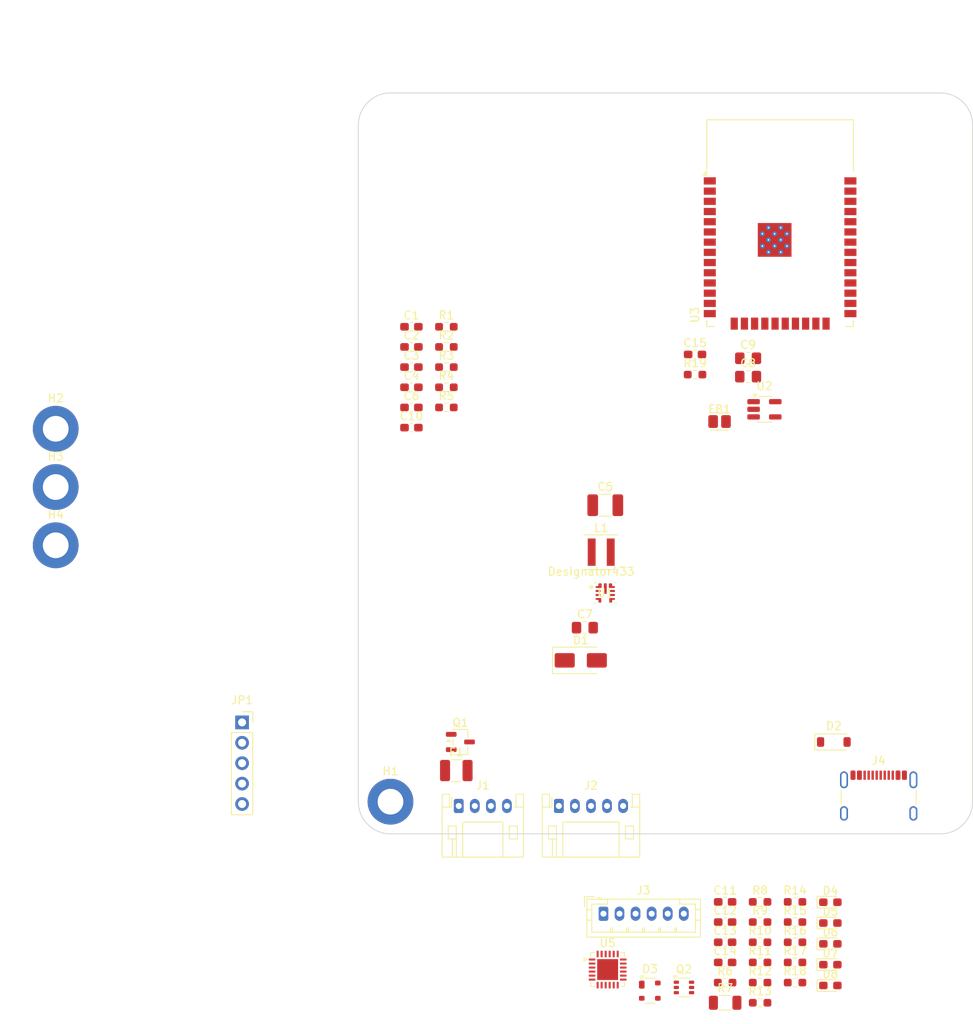
<source format=kicad_pcb>
(kicad_pcb (version 20241229) (generator "pcbnew") (generator_version "9.0")
  (layers (0 "F.Cu" signal) (2 "B.Cu" signal) (13 "F.Paste" user) (15 "B.Paste" user) (5 "F.SilkS" user "F.Silkscreen") (7 "B.SilkS" user "B.Silkscreen") (1 "F.Mask" user) (3 "B.Mask" user) (25 "Edge.Cuts" user))
  (net 0 "")
  (net 1 "Net-(U1-BOOT)")
  (net 2 "/+5V_RAW")
  (net 3 "+VIN_PROT")
  (net 4 "GND")
  (net 5 "Net-(U1-VCC)")
  (net 6 "+5V")
  (net 7 "+3.3V")
  (net 8 "/ESP32/PRES_ADC")
  (net 9 "/ESP32/EN")
  (net 10 "VBUS")
  (net 11 "/ESP32/D_P")
  (net 12 "/ESP32/D_N")
  (net 13 "Net-(D4-K)")
  (net 14 "/ESP32/IO2")
  (net 15 "Net-(D5-K)")
  (net 16 "/ESP32/IO27")
  (net 17 "Net-(D6-A)")
  (net 18 "/ESP32/TX_LED")
  (net 19 "Net-(D7-A)")
  (net 20 "Net-(D8-A)")
  (net 21 "/ESP32/RX_LED")
  (net 22 "Net-(Q1-S)")
  (net 23 "/UBAT")
  (net 24 "PRES_SENSE")
  (net 25 "TEMP_DQ")
  (net 27 "/ESP32/RXD")
  (net 28 "/ESP32/TXD")
  (net 29 "/ESP32/DTR")
  (net 30 "Net-(J3-Pin_1)")
  (net 31 "/ESP32/RTS")
  (net 32 "Net-(J4-CC2)")
  (net 35 "Net-(J4-CC1)")
  (net 36 "Net-(U1-SW)")
  (net 37 "/ESP32/IO0")
  (net 38 "Net-(U1-VOUT_FB)")
  (net 39 "/PGOOD")
  (net 40 "Net-(Q1-G)")
  (net 41 "Net-(U5-~{RST})")
  (net 42 "Net-(U5-~{SUSPEND})")
  (net 79 "Net-(U3-IO14)")
  (footprint "Capacitor_SMD:C_0603_1608Metric_Pad1.08x0.95mm_HandSolder" (layer "F.Cu") (at 133.608 76.447)
    (property "Reference" "C10" (at 0 -1.43 0) (layer "F.SilkS"))
    (property "Value" "100nF")
    (pad "1" smd roundrect (at -0.8625 0) (size 1.075 0.95) (layers "F.Cu" "F.Mask" "F.Paste") (net 7 "+3.3V"))
    (pad "2" smd roundrect (at 0.8625 0) (size 1.075 0.95) (layers "F.Cu" "F.Mask" "F.Paste") (net 4 "GND"))
  )
  (footprint "Diode_SMD:D_SMA" (layer "F.Cu") (at 154.686 105.41)
    (property "Reference" "D1" (at 0 -2.5 0) (layer "F.SilkS"))
    (property "Value" "SMBJ26CA")
    (pad "1" smd roundrect (at -2 0) (size 2.5 1.8) (layers "F.Cu" "F.Mask" "F.Paste") (roundrect_rratio 0.1388888889) (net 4 "GND"))
    (pad "2" smd roundrect (at 2 0) (size 2.5 1.8) (layers "F.Cu" "F.Mask" "F.Paste") (roundrect_rratio 0.1388888889) (net 3 "+VIN_PROT"))
  )
  (footprint "Resistor_SMD:R_0603_1608Metric_Pad0.98x0.95mm_HandSolder" (layer "F.Cu") (at 177.006 135.472)
    (property "Reference" "R8" (at 0 -1.43 0) (layer "F.SilkS"))
    (property "Value" "5K11")
    (pad "1" smd roundrect (at -0.9125 0) (size 0.975 0.95) (layers "F.Cu" "F.Mask" "F.Paste") (net 35 "Net-(J4-CC1)"))
    (pad "2" smd roundrect (at 0.9125 0) (size 0.975 0.95) (layers "F.Cu" "F.Mask" "F.Paste") (net 4 "GND"))
  )
  (footprint "Capacitor_SMD:C_0603_1608Metric_Pad1.08x0.95mm_HandSolder" (layer "F.Cu") (at 133.608 71.427)
    (property "Reference" "C4" (at 0 -1.43 0) (layer "F.SilkS"))
    (property "Value" "1uF")
    (pad "1" smd roundrect (at -0.8625 0) (size 1.075 0.95) (layers "F.Cu" "F.Mask" "F.Paste") (net 4 "GND"))
    (pad "2" smd roundrect (at 0.8625 0) (size 1.075 0.95) (layers "F.Cu" "F.Mask" "F.Paste") (net 5 "Net-(U1-VCC)"))
  )
  (footprint "Resistor_SMD:R_0603_1608Metric_Pad0.98x0.95mm_HandSolder" (layer "F.Cu") (at 137.958 68.917)
    (property "Reference" "R3" (at 0 -1.43 0) (layer "F.SilkS"))
    (property "Value" "100")
    (pad "1" smd roundrect (at -0.9125 0) (size 0.975 0.95) (layers "F.Cu" "F.Mask" "F.Paste") (net 22 "Net-(Q1-S)"))
    (pad "2" smd roundrect (at 0.9125 0) (size 0.975 0.95) (layers "F.Cu" "F.Mask" "F.Paste") (net 40 "Net-(Q1-G)"))
  )
  (footprint "LED_SMD:LED_0603_1608Metric_Pad1.05x0.95mm_HandSolder" (layer "F.Cu") (at 185.751 140.692)
    (property "Reference" "D6" (at 0 -1.43 0) (layer "F.SilkS"))
    (property "Value" "5mA LED grün")
    (pad "1" smd roundrect (at -0.875 0) (size 1.05 0.95) (layers "F.Cu" "F.Mask" "F.Paste") (net 4 "GND"))
    (pad "2" smd roundrect (at 0.875 0) (size 1.05 0.95) (layers "F.Cu" "F.Mask" "F.Paste") (net 17 "Net-(D6-A)"))
  )
  (footprint "Connector_JST:JST_PH_B6B-PH-K_1x06_P2.00mm_Vertical" (layer "F.Cu") (at 157.506 136.942)
    (property "Reference" "J3" (at 5 -2.9 0) (layer "F.SilkS"))
    (property "Value" "Conn_01x03")
    (pad "1" thru_hole roundrect (at 0 0) (size 1.2 1.75) (drill 0.75) (layers "*.Cu" "*.Mask") (roundrect_rratio 0.208333) (net 30 "Net-(J3-Pin_1)"))
    (pad "2" thru_hole oval (at 2 0) (size 1.2 1.75) (drill 0.75) (layers "*.Cu" "*.Mask") (net 28 "/ESP32/TXD"))
    (pad "3" thru_hole oval (at 4 0) (size 1.2 1.75) (drill 0.75) (layers "*.Cu" "*.Mask") (net 27 "/ESP32/RXD"))
    (pad "4" thru_hole oval (at 6 0) (size 1.2 1.75) (drill 0.75) (layers "*.Cu" "*.Mask") (net 31 "/ESP32/RTS"))
    (pad "5" thru_hole oval (at 8 0) (size 1.2 1.75) (drill 0.75) (layers "*.Cu" "*.Mask") (net 29 "/ESP32/DTR"))
    (pad "6" thru_hole oval (at 10 0) (size 1.2 1.75) (drill 0.75) (layers "*.Cu" "*.Mask") (net 4 "GND"))
  )
  (footprint "Capacitor_SMD:C_0603_1608Metric_Pad1.08x0.95mm_HandSolder" (layer "F.Cu") (at 168.91 67.34)
    (property "Reference" "C15" (at 0 -1.43 0) (layer "F.SilkS"))
    (property "Value" "100nF")
    (pad "1" smd roundrect (at -0.8625 0) (size 1.075 0.95) (layers "F.Cu" "F.Mask" "F.Paste") (net 25 "TEMP_DQ"))
    (pad "2" smd roundrect (at 0.8625 0) (size 1.075 0.95) (layers "F.Cu" "F.Mask" "F.Paste") (net 4 "GND"))
  )
  (footprint "Resistor_SMD:R_0603_1608Metric_Pad0.98x0.95mm_HandSolder" (layer "F.Cu") (at 177.006 143.002)
    (property "Reference" "R11" (at 0 -1.43 0) (layer "F.SilkS"))
    (property "Value" "4K7")
    (pad "1" smd roundrect (at -0.9125 0) (size 0.975 0.95) (layers "F.Cu" "F.Mask" "F.Paste") (net 7 "+3.3V"))
    (pad "2" smd roundrect (at 0.9125 0) (size 0.975 0.95) (layers "F.Cu" "F.Mask" "F.Paste") (net 25 "TEMP_DQ"))
  )
  (footprint "Inductor_SMD:L_Eaton_MCL2012V1" (layer "F.Cu") (at 171.958 75.692)
    (property "Reference" "FB1" (at 0 -1.55 0) (layer "F.SilkS"))
    (property "Value" "0H 8mOHM 5A 782853200")
    (pad "1" smd roundrect (at -0.8 0) (size 1.2 1.6) (layers "F.Cu" "F.Mask" "F.Paste") (roundrect_rratio 0.208333) (net 2 "/+5V_RAW"))
    (pad "2" smd roundrect (at 0.8 0) (size 1.2 1.6) (layers "F.Cu" "F.Mask" "F.Paste") (roundrect_rratio 0.208333) (net 6 "+5V"))
  )
  (footprint "Resistor_SMD:R_0603_1608Metric_Pad0.98x0.95mm_HandSolder" (layer "F.Cu") (at 177.006 145.512)
    (property "Reference" "R12" (at 0 -1.43 0) (layer "F.SilkS"))
    (property "Value" "4K7")
    (pad "1" smd roundrect (at -0.9125 0) (size 0.975 0.95) (layers "F.Cu" "F.Mask" "F.Paste") (net 7 "+3.3V"))
    (pad "2" smd roundrect (at 0.9125 0) (size 0.975 0.95) (layers "F.Cu" "F.Mask" "F.Paste") (net 41 "Net-(U5-~{RST})"))
  )
  (footprint "LED_SMD:LED_0603_1608Metric_Pad1.05x0.95mm_HandSolder" (layer "F.Cu") (at 185.751 145.872)
    (property "Reference" "D8" (at 0 -1.43 0) (layer "F.SilkS"))
    (property "Value" "5mA LED gelb")
    (pad "1" smd roundrect (at -0.875 0) (size 1.05 0.95) (layers "F.Cu" "F.Mask" "F.Paste") (net 21 "/ESP32/RX_LED"))
    (pad "2" smd roundrect (at 0.875 0) (size 1.05 0.95) (layers "F.Cu" "F.Mask" "F.Paste") (net 20 "Net-(D8-A)"))
  )
  (footprint "Capacitor_SMD:C_0805_2012Metric_Pad1.18x1.45mm_HandSolder" (layer "F.Cu") (at 175.514 70.104)
    (property "Reference" "C8" (at 0 -1.68 0) (layer "F.SilkS"))
    (property "Value" "10uF")
    (pad "1" smd roundrect (at -1.0375 0) (size 1.175 1.45) (layers "F.Cu" "F.Mask" "F.Paste") (roundrect_rratio 0.212766) (net 7 "+3.3V"))
    (pad "2" smd roundrect (at 1.0375 0) (size 1.175 1.45) (layers "F.Cu" "F.Mask" "F.Paste") (roundrect_rratio 0.212766) (net 4 "GND"))
  )
  (footprint "Diode_SMD:D_SOD-123" (layer "F.Cu") (at 186.182 115.57)
    (property "Reference" "D2" (at 0 -2 0) (layer "F.SilkS"))
    (property "Value" "STPS140ZY")
    (pad "1" smd roundrect (at -1.65 0) (size 0.9 1.2) (layers "F.Cu" "F.Mask" "F.Paste") (net 6 "+5V"))
    (pad "2" smd roundrect (at 1.65 0) (size 0.9 1.2) (layers "F.Cu" "F.Mask" "F.Paste") (net 10 "VBUS"))
  )
  (footprint "Capacitor_SMD:C_0805_2012Metric_Pad1.18x1.45mm_HandSolder" (layer "F.Cu") (at 175.514 67.818)
    (property "Reference" "C9" (at 0 -1.68 0) (layer "F.SilkS"))
    (property "Value" "10uF")
    (pad "1" smd roundrect (at -1.0375 0) (size 1.175 1.45) (layers "F.Cu" "F.Mask" "F.Paste") (roundrect_rratio 0.212766) (net 4 "GND"))
    (pad "2" smd roundrect (at 1.0375 0) (size 1.175 1.45) (layers "F.Cu" "F.Mask" "F.Paste") (roundrect_rratio 0.212766) (net 7 "+3.3V"))
  )
  (footprint "Resistor_SMD:R_0603_1608Metric_Pad0.98x0.95mm_HandSolder" (layer "F.Cu") (at 137.958 71.427)
    (property "Reference" "R4" (at 0 -1.43 0) (layer "F.SilkS"))
    (property "Value" "12K4")
    (pad "1" smd roundrect (at -0.9125 0) (size 0.975 0.95) (layers "F.Cu" "F.Mask" "F.Paste") (net 4 "GND"))
    (pad "2" smd roundrect (at 0.9125 0) (size 0.975 0.95) (layers "F.Cu" "F.Mask" "F.Paste") (net 38 "Net-(U1-VOUT_FB)"))
  )
  (footprint "LED_SMD:LED_0603_1608Metric_Pad1.05x0.95mm_HandSolder" (layer "F.Cu") (at 185.751 138.102)
    (property "Reference" "D5" (at 0 -1.43 0) (layer "F.SilkS"))
    (property "Value" "yellow 5mA")
    (pad "1" smd roundrect (at -0.875 0) (size 1.05 0.95) (layers "F.Cu" "F.Mask" "F.Paste") (net 15 "Net-(D5-K)"))
    (pad "2" smd roundrect (at 0.875 0) (size 1.05 0.95) (layers "F.Cu" "F.Mask" "F.Paste") (net 16 "/ESP32/IO27"))
  )
  (footprint "Connector_PinSocket_2.54mm:PinSocket_1x05_P2.54mm_Vertical" (layer "F.Cu") (at 112.53 113.13)
    (property "Reference" "JP1" (at 0 -2.77 0) (layer "F.SilkS"))
    (property "Value" "J1")
    (pad "1" thru_hole rect (at 0 0) (size 1.7 1.7) (drill 1) (layers "*.Cu" "*.Mask") (net 7 "+3.3V"))
    (pad "2" thru_hole circle (at 0 2.54) (size 1.7 1.7) (drill 1) (layers "*.Cu" "*.Mask") (net 30 "Net-(J3-Pin_1)"))
    (pad "3" thru_hole circle (at 0 5.08) (size 1.7 1.7) (drill 1) (layers "*.Cu" "*.Mask"))
    (pad "4" thru_hole circle (at 0 7.62) (size 1.7 1.7) (drill 1) (layers "*.Cu" "*.Mask"))
    (pad "5" thru_hole circle (at 0 10.16) (size 1.7 1.7) (drill 1) (layers "*.Cu" "*.Mask"))
  )
  (footprint "RF_Module:ESP32-WROOM-32" (layer "F.Cu") (at 179.495 53.997)
    (property "Reference" "U3" (at -10.61 8.43 90) (layer "F.SilkS"))
    (property "Value" "ESP32-WROOM-32")
    (pad "1" smd rect (at -8.75 -8.25) (size 1.5 0.9) (layers "F.Cu" "F.Mask" "F.Paste") (net 4 "GND"))
    (pad "2" smd rect (at -8.75 -6.98) (size 1.5 0.9) (layers "F.Cu" "F.Mask" "F.Paste") (net 7 "+3.3V"))
    (pad "3" smd rect (at -8.75 -5.71) (size 1.5 0.9) (layers "F.Cu" "F.Mask" "F.Paste") (net 9 "/ESP32/EN"))
    (pad "4" smd rect (at -8.75 -4.44) (size 1.5 0.9) (layers "F.Cu" "F.Mask" "F.Paste"))
    (pad "5" smd rect (at -8.75 -3.17) (size 1.5 0.9) (layers "F.Cu" "F.Mask" "F.Paste"))
    (pad "6" smd rect (at -8.75 -1.9) (size 1.5 0.9) (layers "F.Cu" "F.Mask" "F.Paste"))
    (pad "7" smd rect (at -8.75 -0.63) (size 1.5 0.9) (layers "F.Cu" "F.Mask" "F.Paste"))
    (pad "8" smd rect (at -8.75 0.64) (size 1.5 0.9) (layers "F.Cu" "F.Mask" "F.Paste") (net 8 "/ESP32/PRES_ADC"))
    (pad "9" smd rect (at -8.75 1.91) (size 1.5 0.9) (layers "F.Cu" "F.Mask" "F.Paste"))
    (pad "10" smd rect (at -8.75 3.18) (size 1.5 0.9) (layers "F.Cu" "F.Mask" "F.Paste"))
    (pad "11" smd rect (at -8.75 4.45) (size 1.5 0.9) (layers "F.Cu" "F.Mask" "F.Paste"))
    (pad "12" smd rect (at -8.75 5.72) (size 1.5 0.9) (layers "F.Cu" "F.Mask" "F.Paste") (net 16 "/ESP32/IO27"))
    (pad "13" smd rect (at -8.75 6.99) (size 1.5 0.9) (layers "F.Cu" "F.Mask" "F.Paste") (net 79 "Net-(U3-IO14)"))
    (pad "14" smd rect (at -8.75 8.26) (size 1.5 0.9) (layers "F.Cu" "F.Mask" "F.Paste"))
    (pad "15" smd rect (at -5.71 9.51 90) (size 1.5 0.9) (layers "F.Cu" "F.Mask" "F.Paste") (net 4 "GND"))
    (pad "16" smd rect (at -4.44 9.51 90) (size 1.5 0.9) (layers "F.Cu" "F.Mask" "F.Paste"))
    (pad "17" smd rect (at -3.17 9.51 90) (size 1.5 0.9) (layers "F.Cu" "F.Mask" "F.Paste"))
    (pad "18" smd rect (at -1.9 9.51 90) (size 1.5 0.9) (layers "F.Cu" "F.Mask" "F.Paste"))
    (pad "19" smd rect (at -0.63 9.51 90) (size 1.5 0.9) (layers "F.Cu" "F.Mask" "F.Paste"))
    (pad "20" smd rect (at 0.64 9.51 90) (size 1.5 0.9) (layers "F.Cu" "F.Mask" "F.Paste"))
    (pad "21" smd rect (at 1.91 9.51 90) (size 1.5 0.9) (layers "F.Cu" "F.Mask" "F.Paste"))
    (pad "22" smd rect (at 3.18 9.51 90) (size 1.5 0.9) (layers "F.Cu" "F.Mask" "F.Paste"))
    (pad "23" smd rect (at 4.45 9.51 90) (size 1.5 0.9) (layers "F.Cu" "F.Mask" "F.Paste"))
    (pad "24" smd rect (at 5.72 9.51 90) (size 1.5 0.9) (layers "F.Cu" "F.Mask" "F.Paste") (net 14 "/ESP32/IO2"))
    (pad "25" smd rect (at 8.75 8.26) (size 1.5 0.9) (layers "F.Cu" "F.Mask" "F.Paste") (net 37 "/ESP32/IO0"))
    (pad "26" smd rect (at 8.75 6.99) (size 1.5 0.9) (layers "F.Cu" "F.Mask" "F.Paste"))
    (pad "27" smd rect (at 8.75 5.72) (size 1.5 0.9) (layers "F.Cu" "F.Mask" "F.Paste"))
    (pad "28" smd rect (at 8.75 4.45) (size 1.5 0.9) (layers "F.Cu" "F.Mask" "F.Paste"))
    (pad "29" smd rect (at 8.75 3.18) (size 1.5 0.9) (layers "F.Cu" "F.Mask" "F.Paste"))
    (pad "30" smd rect (at 8.75 1.91) (size 1.5 0.9) (layers "F.Cu" "F.Mask" "F.Paste"))
    (pad "31" smd rect (at 8.75 0.64) (size 1.5 0.9) (layers "F.Cu" "F.Mask" "F.Paste"))
    (pad "32" smd rect (at 8.75 -0.63) (size 1.5 0.9) (layers "F.Cu" "F.Mask" "F.Paste"))
    (pad "33" smd rect (at 8.75 -1.9) (size 1.5 0.9) (layers "F.Cu" "F.Mask" "F.Paste"))
    (pad "34" smd rect (at 8.75 -3.17) (size 1.5 0.9) (layers "F.Cu" "F.Mask" "F.Paste") (net 28 "/ESP32/TXD"))
    (pad "35" smd rect (at 8.75 -4.44) (size 1.5 0.9) (layers "F.Cu" "F.Mask" "F.Paste") (net 27 "/ESP32/RXD"))
    (pad "36" smd rect (at 8.75 -5.71) (size 1.5 0.9) (layers "F.Cu" "F.Mask" "F.Paste"))
    (pad "37" smd rect (at 8.75 -6.98) (size 1.5 0.9) (layers "F.Cu" "F.Mask" "F.Paste"))
    (pad "38" smd rect (at 8.75 -8.25) (size 1.5 0.9) (layers "F.Cu" "F.Mask" "F.Paste") (net 4 "GND"))
    (pad "39" smd rect (at -2.205 -2.435) (size 1.05 1.05) (layers "F.Cu" "F.Paste") (net 4 "GND"))
    (pad "39" thru_hole circle (at -2.205 -1.6725) (size 0.6 0.6) (drill 0.2) (property pad_prop_heatsink) (layers "*.Cu" "F.Mask") (net 4 "GND"))
    (pad "39" smd rect (at -2.205 -0.91) (size 1.05 1.05) (layers "F.Cu" "F.Paste") (net 4 "GND"))
    (pad "39" thru_hole circle (at -2.205 -0.1475) (size 0.6 0.6) (drill 0.2) (property pad_prop_heatsink) (layers "*.Cu" "F.Mask") (net 4 "GND"))
    (pad "39" smd rect (at -2.205 0.615) (size 1.05 1.05) (layers "F.Cu" "F.Paste") (net 4 "GND"))
    (pad "39" thru_hole circle (at -1.4425 -2.435) (size 0.6 0.6) (drill 0.2) (property pad_prop_heatsink) (layers "*.Cu" "F.Mask") (net 4 "GND"))
    (pad "39" thru_hole circle (at -1.4425 -0.91) (size 0.6 0.6) (drill 0.2) (property pad_prop_heatsink) (layers "*.Cu" "F.Mask") (net 4 "GND"))
    (pad "39" thru_hole circle (at -1.4425 0.615) (size 0.6 0.6) (drill 0.2) (property pad_prop_heatsink) (layers "*.Cu" "F.Mask") (net 4 "GND"))
    (pad "39" smd rect (at -0.68 -2.435) (size 1.05 1.05) (layers "F.Cu" "F.Paste") (net 4 "GND"))
    (pad "39" thru_hole circle (at -0.68 -1.6725) (size 0.6 0.6) (drill 0.2) (property pad_prop_heatsink) (layers "*.Cu" "F.Mask") (net 4 "GND"))
    (pad "39" smd rect (at -0.68 -0.91) (size 1.05 1.05) (layers "F.Cu" "F.Paste") (net 4 "GND"))
    (pad "39" smd rect (at -0.68 -0.91) (size 4.2 4.2) (property pad_prop_heatsink) (layers "F.Cu" "F.Mask") (net 4 "GND"))
    (pad "39" thru_hole circle (at -0.68 -0.1475) (size 0.6 0.6) (drill 0.2) (property pad_prop_heatsink) (layers "*.Cu" "F.Mask") (net 4 "GND"))
    (pad "39" smd rect (at -0.68 0.615) (size 1.05 1.05) (layers "F.Cu" "F.Paste") (net 4 "GND"))
    (pad "39" thru_hole circle (at 0.0825 -2.435) (size 0.6 0.6) (drill 0.2) (property pad_prop_heatsink) (layers "*.Cu" "F.Mask") (net 4 "GND"))
    (pad "39" thru_hole circle (at 0.0825 -0.91) (size 0.6 0.6) (drill 0.2) (property pad_prop_heatsink) (layers "*.Cu" "F.Mask") (net 4 "GND"))
    (pad "39" thru_hole circle (at 0.0825 0.615) (size 0.6 0.6) (drill 0.2) (property pad_prop_heatsink) (layers "*.Cu" "F.Mask") (net 4 "GND"))
    (pad "39" smd rect (at 0.845 -2.435) (size 1.05 1.05) (layers "F.Cu" "F.Paste") (net 4 "GND"))
    (pad "39" thru_hole circle (at 0.845 -1.6725) (size 0.6 0.6) (drill 0.2) (property pad_prop_heatsink) (layers "*.Cu" "F.Mask") (net 4 "GND"))
    (pad "39" smd rect (at 0.845 -0.91) (size 1.05 1.05) (layers "F.Cu" "F.Paste") (net 4 "GND"))
    (pad "39" thru_hole circle (at 0.845 -0.1475) (size 0.6 0.6) (drill 0.2) (property pad_prop_heatsink) (layers "*.Cu" "F.Mask") (net 4 "GND"))
    (pad "39" smd rect (at 0.845 0.615) (size 1.05 1.05) (layers "F.Cu" "F.Paste") (net 4 "GND"))
  )
  (footprint "Resistor_SMD:R_0603_1608Metric_Pad0.98x0.95mm_HandSolder" (layer "F.Cu") (at 181.356 137.982)
    (property "Reference" "R15" (at 0 -1.43 0) (layer "F.SilkS"))
    (property "Value" "10K")
    (pad "1" smd roundrect (at -0.9125 0) (size 0.975 0.95) (layers "F.Cu" "F.Mask" "F.Paste") (net 42 "Net-(U5-~{SUSPEND})"))
    (pad "2" smd roundrect (at 0.9125 0) (size 0.975 0.95) (layers "F.Cu" "F.Mask" "F.Paste") (net 4 "GND"))
  )
  (footprint "Connector_JST:JST_PH_S4B-PH-K_1x04_P2.00mm_Horizontal" (layer "F.Cu") (at 139.494 123.534)
    (property "Reference" "J1" (at 3 -2.55 0) (layer "F.SilkS"))
    (property "Value" "Power")
    (pad "1" thru_hole roundrect (at 0 0) (size 1.2 1.75) (drill 0.75) (layers "*.Cu" "*.Mask") (roundrect_rratio 0.208333) (net 23 "/UBAT"))
    (pad "2" thru_hole oval (at 2 0) (size 1.2 1.75) (drill 0.75) (layers "*.Cu" "*.Mask") (net 23 "/UBAT"))
    (pad "3" thru_hole oval (at 4 0) (size 1.2 1.75) (drill 0.75) (layers "*.Cu" "*.Mask") (net 4 "GND"))
    (pad "4" thru_hole oval (at 6 0) (size 1.2 1.75) (drill 0.75) (layers "*.Cu" "*.Mask") (net 4 "GND"))
  )
  (footprint "Inductor_SMD:L_Coilcraft_XxL4040" (layer "F.Cu") (at 157.226 91.948)
    (property "Reference" "L1" (at 0 -3 0) (layer "F.SilkS"))
    (property "Value" "2.2µH XAL4020-222MEB")
    (pad "1" smd rect (at -1.185 0) (size 0.98 3.4) (layers "F.Cu" "F.Mask" "F.Paste") (net 36 "Net-(U1-SW)"))
    (pad "2" smd rect (at 1.185 0) (size 0.98 3.4) (layers "F.Cu" "F.Mask" "F.Paste") (net 2 "/+5V_RAW"))
  )
  (footprint "Resistor_SMD:R_0603_1608Metric_Pad0.98x0.95mm_HandSolder" (layer "F.Cu") (at 137.958 73.937)
    (property "Reference" "R5" (at 0 -1.43 0) (layer "F.SilkS"))
    (property "Value" "100K")
    (pad "1" smd roundrect (at -0.9125 0) (size 0.975 0.95) (layers "F.Cu" "F.Mask" "F.Paste") (net 40 "Net-(Q1-G)"))
    (pad "2" smd roundrect (at 0.9125 0) (size 0.975 0.95) (layers "F.Cu" "F.Mask" "F.Paste") (net 4 "GND"))
  )
  (footprint "Capacitor_SMD:C_0603_1608Metric_Pad1.08x0.95mm_HandSolder" (layer "F.Cu") (at 133.608 68.917)
    (property "Reference" "C3" (at 0 -1.43 0) (layer "F.SilkS"))
    (property "Value" "4,7uF/100V 1210")
    (pad "1" smd roundrect (at -0.8625 0) (size 1.075 0.95) (layers "F.Cu" "F.Mask" "F.Paste") (net 3 "+VIN_PROT"))
    (pad "2" smd roundrect (at 0.8625 0) (size 1.075 0.95) (layers "F.Cu" "F.Mask" "F.Paste") (net 4 "GND"))
  )
  (footprint "Capacitor_SMD:C_0603_1608Metric_Pad1.08x0.95mm_HandSolder" (layer "F.Cu") (at 172.656 143.002)
    (property "Reference" "C14" (at 0 -1.43 0) (layer "F.SilkS"))
    (property "Value" "100nF")
    (pad "1" smd roundrect (at -0.8625 0) (size 1.075 0.95) (layers "F.Cu" "F.Mask" "F.Paste") (net 4 "GND"))
    (pad "2" smd roundrect (at 0.8625 0) (size 1.075 0.95) (layers "F.Cu" "F.Mask" "F.Paste") (net 9 "/ESP32/EN"))
  )
  (footprint "Resistor_SMD:R_0603_1608Metric_Pad0.98x0.95mm_HandSolder" (layer "F.Cu") (at 177.006 137.982)
    (property "Reference" "R9" (at 0 -1.43 0) (layer "F.SilkS"))
    (property "Value" "5K11")
    (pad "1" smd roundrect (at -0.9125 0) (size 0.975 0.95) (layers "F.Cu" "F.Mask" "F.Paste") (net 32 "Net-(J4-CC2)"))
    (pad "2" smd roundrect (at 0.9125 0) (size 0.975 0.95) (layers "F.Cu" "F.Mask" "F.Paste") (net 4 "GND"))
  )
  (footprint "Resistor_SMD:R_0603_1608Metric_Pad0.98x0.95mm_HandSolder" (layer "F.Cu") (at 181.356 145.512)
    (property "Reference" "R18" (at 0 -1.43 0) (layer "F.SilkS"))
    (property "Value" "620")
    (pad "1" smd roundrect (at -0.9125 0) (size 0.975 0.95) (layers "F.Cu" "F.Mask" "F.Paste") (net 6 "+5V"))
    (pad "2" smd roundrect (at 0.9125 0) (size 0.975 0.95) (layers "F.Cu" "F.Mask" "F.Paste") (net 20 "Net-(D8-A)"))
  )
  (footprint "Snapeda:RPE0009A-MFG" (layer "F.Cu") (at 157.734 97.028)
    (property "Reference" "U1" (at 0 0 0) (layer "F.SilkS"))
    (property "Value" "LMR43610MSC5RPERQ1")
    (fp_poly (pts (xy -1.2 -0.800499) (xy -1.15 -0.850501) (xy -0.900001 -0.850501) (xy -0.850001 -0.900501) (xy -0.850001 -1.15) (xy -0.799998 -1.2) (xy -0.500002 -1.2) (xy -0.449999 -1.15) (xy -0.449999 -0.6755) (xy -0.499999 -0.625498) (xy -1.15 -0.6255) (xy -1.2 -0.6755)) (fill yes) (layer "F.Cu"))
    (fp_poly (pts (xy -1.2 0.800499) (xy -1.15 0.850499) (xy -0.900001 0.850501) (xy -0.850001 0.900501) (xy -0.850001 1.15) (xy -0.799998 1.2) (xy -0.549999 1.2) (xy -0.499996 1.15) (xy -0.499999 0.6755) (xy -0.549999 0.625498) (xy -1.15 0.6255) (xy -1.2 0.6755)) (fill yes) (layer "F.Cu"))
    (fp_poly (pts (xy 1.2 -0.800499) (xy 1.15 -0.850499) (xy 0.900001 -0.850501) (xy 0.850001 -0.900501) (xy 0.850001 -1.15) (xy 0.799998 -1.2) (xy 0.499999 -1.2) (xy 0.449997 -1.15) (xy 0.449999 -0.6755) (xy 0.499999 -0.625498) (xy 1.15 -0.6255) (xy 1.2 -0.6755)) (fill yes) (layer "F.Cu"))
    (fp_poly (pts (xy 1.2 0.800499) (xy 1.15 0.850501) (xy 0.900001 0.850499) (xy 0.850001 0.900501) (xy 0.850001 1.15) (xy 0.799998 1.2) (xy 0.550001 1.2) (xy 0.499999 1.15) (xy 0.500002 0.6755) (xy 0.549999 0.625498) (xy 1.15 0.6255) (xy 1.2 0.6755)) (fill yes) (layer "F.Cu"))
    (fp_text user "Designator433" (at -1.7526 -2.667 0) (layer "F.SilkS"))
    (pad "1" smd circle (at -0.661406 -0.876841) (size 0.341594 0.341594) (layers "F.Cu" "F.Mask") (net 4 "GND"))
    (pad "2" smd rect (at -0.900001 -0.25) (size 0.599999 0.249999) (layers "F.Cu" "F.Mask" "F.Paste") (net 39 "/PGOOD"))
    (pad "3" smd rect (at -0.900001 0.25) (size 0.599999 0.249999) (layers "F.Cu" "F.Mask" "F.Paste") (net 3 "+VIN_PROT"))
    (pad "4" smd circle (at -0.661406 0.876844) (size 0.290535 0.290535) (layers "F.Cu" "F.Mask" "F.Paste") (net 3 "+VIN_PROT"))
    (pad "5" smd circle (at 0.679531 0.80503) (size 0.323157 0.323157) (layers "F.Cu" "F.Mask" "F.Paste") (net 36 "Net-(U1-SW)"))
    (pad "6" smd rect (at 0.900001 0.25) (size 0.599999 0.249999) (layers "F.Cu" "F.Mask" "F.Paste") (net 1 "Net-(U1-BOOT)"))
    (pad "7" smd rect (at 0.900001 -0.25) (size 0.599999 0.249999) (layers "F.Cu" "F.Mask" "F.Paste") (net 5 "Net-(U1-VCC)"))
    (pad "8" smd circle (at 0.665434 -0.840936) (size 0.345615 0.345615) (layers "F.Cu" "F.Mask") (net 38 "Net-(U1-VOUT_FB)"))
    (pad "9" smd rect (at 0 -0.549999) (size 0.349999 1.3) (layers "F.Cu" "F.Mask") (net 4 "GND"))
  )
  (footprint "Resistor_SMD:R_0603_1608Metric_Pad0.98x0.95mm_HandSolder" (layer "F.Cu") (at 181.356 135.472)
    (property "Reference" "R14" (at 0 -1.43 0) (layer "F.SilkS"))
    (property "Value" "620")
    (pad "1" smd roundrect (at -0.9125 0) (size 0.975 0.95) (layers "F.Cu" "F.Mask" "F.Paste") (net 15 "Net-(D5-K)"))
    (pad "2" smd roundrect (at 0.9125 0) (size 0.975 0.95) (layers "F.Cu" "F.Mask" "F.Paste") (net 4 "GND"))
  )
  (footprint "Resistor_SMD:R_0603_1608Metric_Pad0.98x0.95mm_HandSolder" (layer "F.Cu") (at 172.656 145.512)
    (property "Reference" "R6" (at 0 -1.43 0) (layer "F.SilkS"))
    (property "Value" "10K")
    (pad "1" smd roundrect (at -0.9125 0) (size 0.975 0.95) (layers "F.Cu" "F.Mask" "F.Paste") (net 7 "+3.3V"))
    (pad "2" smd roundrect (at 0.9125 0) (size 0.975 0.95) (layers "F.Cu" "F.Mask" "F.Paste") (net 9 "/ESP32/EN"))
  )
  (footprint "Package_TO_SOT_SMD:SOT-143" (layer "F.Cu") (at 163.276 146.517)
    (property "Reference" "D3" (at 0.02 -2.7 0) (layer "F.SilkS"))
    (property "Value" "SP0503BAHT")
    (pad "1" smd roundrect (at -1 -0.75) (size 0.7 1) (layers "F.Cu" "F.Mask" "F.Paste") (net 4 "GND"))
    (pad "2" smd roundrect (at -1 0.95) (size 0.7 0.6) (layers "F.Cu" "F.Mask" "F.Paste") (net 12 "/ESP32/D_N"))
    (pad "3" smd roundrect (at 1 0.95) (size 0.7 0.6) (layers "F.Cu" "F.Mask" "F.Paste") (net 11 "/ESP32/D_P"))
    (pad "4" smd roundrect (at 1 -0.95) (size 0.7 0.6) (layers "F.Cu" "F.Mask" "F.Paste") (net 10 "VBUS"))
  )
  (footprint "MountingHole:MountingHole_3.2mm_M3_ISO7380_Pad" (layer "F.Cu") (at 89.332 76.593)
    (property "Reference" "H2" (at 0 -3.8 0) (layer "F.SilkS"))
    (property "Value" "MountingHole_Pad")
    (pad "1" thru_hole circle (at 0 0) (size 5.7 5.7) (drill 3.2) (layers "*.Cu" "*.Mask") (net 4 "GND"))
  )
  (footprint "Connector_USB:USB_C_Receptacle_GCT_USB4105-xx-A_16P_TopMnt_Horizontal" (layer "F.Cu") (at 191.768 123.385)
    (property "Reference" "J4" (at 0 -5.5 0) (layer "F.SilkS"))
    (property "Value" "USB_C_Receptacle_USB2.0")
    (pad "" np_thru_hole circle (at -2.89 -2.605) (size 0.65 0.65) (drill 0.65) (layers "*.Cu" "*.Mask"))
    (pad "" np_thru_hole circle (at 2.89 -2.605) (size 0.65 0.65) (drill 0.65) (layers "*.Cu" "*.Mask"))
    (pad "A1" smd roundrect (at -3.2 -3.68) (size 0.6 1.15) (layers "F.Cu" "F.Mask" "F.Paste") (net 4 "GND"))
    (pad "A4" smd roundrect (at -2.4 -3.68) (size 0.6 1.15) (layers "F.Cu" "F.Mask" "F.Paste") (net 10 "VBUS"))
    (pad "A5" smd roundrect (at -1.25 -3.68) (size 0.3 1.15) (layers "F.Cu" "F.Mask" "F.Paste") (net 35 "Net-(J4-CC1)"))
    (pad "A6" smd roundrect (at -0.25 -3.68) (size 0.3 1.15) (layers "F.Cu" "F.Mask" "F.Paste") (net 11 "/ESP32/D_P"))
    (pad "A7" smd roundrect (at 0.25 -3.68) (size 0.3 1.15) (layers "F.Cu" "F.Mask" "F.Paste") (net 12 "/ESP32/D_N"))
    (pad "A8" smd roundrect (at 1.25 -3.68) (size 0.3 1.15) (layers "F.Cu" "F.Mask" "F.Paste"))
    (pad "A9" smd roundrect (at 2.4 -3.68) (size 0.6 1.15) (layers "F.Cu" "F.Mask" "F.Paste") (net 10 "VBUS"))
    (pad "A12" smd roundrect (at 3.2 -3.68) (size 0.6 1.15) (layers "F.Cu" "F.Mask" "F.Paste") (net 4 "GND"))
    (pad "B1" smd roundrect (at 3.2 -3.68) (size 0.6 1.15) (layers "F.Cu" "F.Mask" "F.Paste") (net 4 "GND"))
    (pad "B4" smd roundrect (at 2.4 -3.68) (size 0.6 1.15) (layers "F.Cu" "F.Mask" "F.Paste") (net 10 "VBUS"))
    (pad "B5" smd roundrect (at 1.75 -3.68) (size 0.3 1.15) (layers "F.Cu" "F.Mask" "F.Paste") (net 32 "Net-(J4-CC2)"))
    (pad "B6" smd roundrect (at 0.75 -3.68) (size 0.3 1.15) (layers "F.Cu" "F.Mask" "F.Paste") (net 11 "/ESP32/D_P"))
    (pad "B7" smd roundrect (at -0.75 -3.68) (size 0.3 1.15) (layers "F.Cu" "F.Mask" "F.Paste") (net 12 "/ESP32/D_N"))
    (pad "B8" smd roundrect (at -1.75 -3.68) (size 0.3 1.15) (layers "F.Cu" "F.Mask" "F.Paste"))
    (pad "B9" smd roundrect (at -2.4 -3.68) (size 0.6 1.15) (layers "F.Cu" "F.Mask" "F.Paste") (net 10 "VBUS"))
    (pad "B12" smd roundrect (at -3.2 -3.68) (size 0.6 1.15) (layers "F.Cu" "F.Mask" "F.Paste") (net 4 "GND"))
    (pad "S1" thru_hole oval (at -4.32 -3.105) (size 1 2.1) (drill oval 0.6 1.7) (property pad_prop_heatsink) (layers "*.Cu" "*.Mask" "F.Paste") (net 4 "GND"))
    (pad "S1" thru_hole oval (at -4.32 1.075) (size 1 1.8) (drill oval 0.6 1.4) (property pad_prop_heatsink) (layers "*.Cu" "*.Mask" "F.Paste") (net 4 "GND"))
    (pad "S1" thru_hole oval (at 4.32 -3.105) (size 1 2.1) (drill oval 0.6 1.7) (property pad_prop_heatsink) (layers "*.Cu" "*.Mask" "F.Paste") (net 4 "GND"))
    (pad "S1" thru_hole oval (at 4.32 1.075) (size 1 1.8) (drill oval 0.6 1.4) (property pad_prop_heatsink) (layers "*.Cu" "*.Mask" "F.Paste") (net 4 "GND"))
  )
  (footprint "MountingHole:MountingHole_3.2mm_M3_ISO7380_Pad" (layer "F.Cu") (at 89.332 83.843)
    (property "Reference" "H3" (at 0 -3.8 0) (layer "F.SilkS"))
    (property "Value" "MountingHole_Pad")
    (pad "1" thru_hole circle (at 0 0) (size 5.7 5.7) (drill 3.2) (layers "*.Cu" "*.Mask") (net 4 "GND"))
  )
  (footprint "LED_SMD:LED_0603_1608Metric_Pad1.05x0.95mm_HandSolder" (layer "F.Cu") (at 185.751 143.282)
    (property "Reference" "D7" (at 0 -1.43 0) (layer "F.SilkS"))
    (property "Value" "5mA LED rot")
    (pad "1" smd roundrect (at -0.875 0) (size 1.05 0.95) (layers "F.Cu" "F.Mask" "F.Paste") (net 18 "/ESP32/TX_LED"))
    (pad "2" smd roundrect (at 0.875 0) (size 1.05 0.95) (layers "F.Cu" "F.Mask" "F.Paste") (net 19 "Net-(D7-A)"))
  )
  (footprint "Capacitor_SMD:C_0603_1608Metric_Pad1.08x0.95mm_HandSolder" (layer "F.Cu") (at 133.608 73.937)
    (property "Reference" "C6" (at 0 -1.43 0) (layer "F.SilkS"))
    (property "Value" "100n")
    (pad "1" smd roundrect (at -0.8625 0) (size 1.075 0.95) (layers "F.Cu" "F.Mask" "F.Paste") (net 6 "+5V"))
    (pad "2" smd roundrect (at 0.8625 0) (size 1.075 0.95) (layers "F.Cu" "F.Mask" "F.Paste") (net 4 "GND"))
  )
  (footprint "Package_TO_SOT_SMD:SOT-363_SC-70-6" (layer "F.Cu") (at 167.526 146.117)
    (property "Reference" "Q2" (at 0 -2.25 0) (layer "F.SilkS"))
    (property "Value" "UMH3N")
    (pad "1" smd roundrect (at -0.95 -0.65) (size 0.65 0.4) (layers "F.Cu" "F.Mask" "F.Paste") (net 31 "/ESP32/RTS"))
    (pad "2" smd roundrect (at -0.95 0) (size 0.65 0.4) (layers "F.Cu" "F.Mask" "F.Paste") (net 29 "/ESP32/DTR"))
    (pad "3" smd roundrect (at -0.95 0.65) (size 0.65 0.4) (layers "F.Cu" "F.Mask" "F.Paste") (net 37 "/ESP32/IO0"))
    (pad "4" smd roundrect (at 0.95 0.65) (size 0.65 0.4) (layers "F.Cu" "F.Mask" "F.Paste") (net 29 "/ESP32/DTR"))
    (pad "5" smd roundrect (at 0.95 0) (size 0.65 0.4) (layers "F.Cu" "F.Mask" "F.Paste") (net 31 "/ESP32/RTS"))
    (pad "6" smd roundrect (at 0.95 -0.65) (size 0.65 0.4) (layers "F.Cu" "F.Mask" "F.Paste") (net 9 "/ESP32/EN"))
  )
  (footprint "Package_TO_SOT_SMD:SOT-23-5_HandSoldering" (layer "F.Cu") (at 177.546 74.168)
    (property "Reference" "U2" (at 0 -2.9 0) (layer "F.SilkS"))
    (property "Value" "AP7365-33WG-7")
    (pad "1" smd roundrect (at -1.35 -0.95) (size 1.56 0.65) (layers "F.Cu" "F.Mask" "F.Paste") (net 6 "+5V"))
    (pad "2" smd roundrect (at -1.35 0) (size 1.56 0.65) (layers "F.Cu" "F.Mask" "F.Paste") (net 4 "GND"))
    (pad "3" smd roundrect (at -1.35 0.95) (size 1.56 0.65) (layers "F.Cu" "F.Mask" "F.Paste") (net 39 "/PGOOD"))
    (pad "4" smd roundrect (at 1.35 0.95) (size 1.56 0.65) (layers "F.Cu" "F.Mask" "F.Paste"))
    (pad "5" smd roundrect (at 1.35 -0.95) (size 1.56 0.65) (layers "F.Cu" "F.Mask" "F.Paste") (net 7 "+3.3V"))
  )
  (footprint "Capacitor_SMD:C_1210_3225Metric_Pad1.33x2.70mm_HandSolder" (layer "F.Cu") (at 157.734 86.106)
    (property "Reference" "C5" (at 0 -2.3 0) (layer "F.SilkS"))
    (property "Value" "47µF/16V")
    (pad "1" smd roundrect (at -1.5625 0) (size 1.325 2.7) (layers "F.Cu" "F.Mask" "F.Paste") (roundrect_rratio 0.188679) (net 2 "/+5V_RAW"))
    (pad "2" smd roundrect (at 1.5625 0) (size 1.325 2.7) (layers "F.Cu" "F.Mask" "F.Paste") (roundrect_rratio 0.188679) (net 4 "GND"))
  )
  (footprint "Capacitor_SMD:C_0603_1608Metric_Pad1.08x0.95mm_HandSolder" (layer "F.Cu") (at 133.608 66.407)
    (property "Reference" "C2" (at 0 -1.43 0) (layer "F.SilkS"))
    (property "Value" "100nF")
    (pad "1" smd roundrect (at -0.8625 0) (size 1.075 0.95) (layers "F.Cu" "F.Mask" "F.Paste") (net 4 "GND"))
    (pad "2" smd roundrect (at 0.8625 0) (size 1.075 0.95) (layers "F.Cu" "F.Mask" "F.Paste") (net 3 "+VIN_PROT"))
  )
  (footprint "Resistor_SMD:R_0603_1608Metric_Pad0.98x0.95mm_HandSolder" (layer "F.Cu") (at 168.91 69.85)
    (property "Reference" "R19" (at 0 -1.43 0) (layer "F.SilkS"))
    (property "Value" "100")
    (pad "1" smd roundrect (at -0.9125 0) (size 0.975 0.95) (layers "F.Cu" "F.Mask" "F.Paste") (net 79 "Net-(U3-IO14)"))
    (pad "2" smd roundrect (at 0.9125 0) (size 0.975 0.95) (layers "F.Cu" "F.Mask" "F.Paste") (net 25 "TEMP_DQ"))
  )
  (footprint "Capacitor_SMD:C_0603_1608Metric_Pad1.08x0.95mm_HandSolder" (layer "F.Cu") (at 133.608 63.897)
    (property "Reference" "C1" (at 0 -1.43 0) (layer "F.SilkS"))
    (property "Value" "100nF")
    (pad "1" smd roundrect (at -0.8625 0) (size 1.075 0.95) (layers "F.Cu" "F.Mask" "F.Paste") (net 1 "Net-(U1-BOOT)"))
    (pad "2" smd roundrect (at 0.8625 0) (size 1.075 0.95) (layers "F.Cu" "F.Mask" "F.Paste") (net 2 "/+5V_RAW"))
  )
  (footprint "Resistor_SMD:R_0603_1608Metric_Pad0.98x0.95mm_HandSolder" (layer "F.Cu") (at 137.958 63.897)
    (property "Reference" "R1" (at 0 -1.43 0) (layer "F.SilkS"))
    (property "Value" "49K9")
    (pad "1" smd roundrect (at -0.9125 0) (size 0.975 0.95) (layers "F.Cu" "F.Mask" "F.Paste") (net 2 "/+5V_RAW"))
    (pad "2" smd roundrect (at 0.9125 0) (size 0.975 0.95) (layers "F.Cu" "F.Mask" "F.Paste") (net 38 "Net-(U1-VOUT_FB)"))
  )
  (footprint "Connector_JST:JST_PH_S5B-PH-K_1x05_P2.00mm_Horizontal" (layer "F.Cu") (at 151.956 123.534)
    (property "Reference" "J2" (at 4 -2.55 0) (layer "F.SilkS"))
    (property "Value" "Sensor")
    (pad "1" thru_hole roundrect (at 0 0) (size 1.2 1.75) (drill 0.75) (layers "*.Cu" "*.Mask") (roundrect_rratio 0.208333) (net 7 "+3.3V"))
    (pad "2" thru_hole oval (at 2 0) (size 1.2 1.75) (drill 0.75) (layers "*.Cu" "*.Mask") (net 24 "PRES_SENSE"))
    (pad "3" thru_hole oval (at 4 0) (size 1.2 1.75) (drill 0.75) (layers "*.Cu" "*.Mask") (net 25 "TEMP_DQ"))
    (pad "4" thru_hole oval (at 6 0) (size 1.2 1.75) (drill 0.75) (layers "*.Cu" "*.Mask"))
    (pad "5" thru_hole oval (at 8 0) (size 1.2 1.75) (drill 0.75) (layers "*.Cu" "*.Mask") (net 4 "GND"))
  )
  (footprint "Resistor_SMD:R_0603_1608Metric_Pad0.98x0.95mm_HandSolder" (layer "F.Cu") (at 177.006 140.492)
    (property "Reference" "R10" (at 0 -1.43 0) (layer "F.SilkS"))
    (property "Value" "220")
    (pad "1" smd roundrect (at -0.9125 0) (size 0.975 0.95) (layers "F.Cu" "F.Mask" "F.Paste") (net 24 "PRES_SENSE"))
    (pad "2" smd roundrect (at 0.9125 0) (size 0.975 0.95) (layers "F.Cu" "F.Mask" "F.Paste") (net 8 "/ESP32/PRES_ADC"))
  )
  (footprint "Fuse:Fuse_1210_3225Metric" (layer "F.Cu") (at 139.192 119.126)
    (property "Reference" "F1" (at 0 -2.28 0) (layer "F.SilkS"))
    (property "Value" "1210L020/72WR")
    (pad "1" smd roundrect (at -1.4 0) (size 1.25 2.65) (layers "F.Cu" "F.Mask" "F.Paste") (roundrect_rratio 0.2) (net 22 "Net-(Q1-S)"))
    (pad "2" smd roundrect (at 1.4 0) (size 1.25 2.65) (layers "F.Cu" "F.Mask" "F.Paste") (roundrect_rratio 0.2) (net 23 "/UBAT"))
  )
  (footprint "Package_TO_SOT_SMD:SOT-23-3" (layer "F.Cu") (at 139.7 115.57)
    (property "Reference" "Q1" (at 0 -2.4 0) (layer "F.SilkS"))
    (property "Value" "PJA3441")
    (pad "1" smd roundrect (at -1.1375 -0.95) (size 1.325 0.6) (layers "F.Cu" "F.Mask" "F.Paste") (net 40 "Net-(Q1-G)"))
    (pad "2" smd roundrect (at -1.1375 0.95) (size 1.325 0.6) (layers "F.Cu" "F.Mask" "F.Paste") (net 22 "Net-(Q1-S)"))
    (pad "3" smd roundrect (at 1.1375 0) (size 1.325 0.6) (layers "F.Cu" "F.Mask" "F.Paste") (net 3 "+VIN_PROT"))
  )
  (footprint "Resistor_SMD:R_0603_1608Metric_Pad0.98x0.95mm_HandSolder" (layer "F.Cu") (at 177.006 148.022)
    (property "Reference" "R13" (at 0 -1.43 0) (layer "F.SilkS"))
    (property "Value" "470")
    (pad "1" smd roundrect (at -0.9125 0) (size 0.975 0.95) (layers "F.Cu" "F.Mask" "F.Paste") (net 13 "Net-(D4-K)"))
    (pad "2" smd roundrect (at 0.9125 0) (size 0.975 0.95) (layers "F.Cu" "F.Mask" "F.Paste") (net 4 "GND"))
  )
  (footprint "Package_DFN_QFN:QFN-24-1EP_4x4mm_P0.5mm_EP2.6x2.6mm" (layer "F.Cu") (at 158.031 143.892)
    (property "Reference" "U5" (at 0 -3.3 0) (layer "F.SilkS"))
    (property "Value" "CP2102N-Axx-xQFN24")
    (pad "1" smd roundrect (at -1.9375 -1.25) (size 0.825 0.25) (layers "F.Cu" "F.Mask" "F.Paste"))
    (pad "2" smd roundrect (at -1.9375 -0.75) (size 0.825 0.25) (layers "F.Cu" "F.Mask" "F.Paste") (net 4 "GND"))
    (pad "3" smd roundrect (at -1.9375 -0.25) (size 0.825 0.25) (layers "F.Cu" "F.Mask" "F.Paste") (net 11 "/ESP32/D_P"))
    (pad "4" smd roundrect (at -1.9375 0.25) (size 0.825 0.25) (layers "F.Cu" "F.Mask" "F.Paste") (net 12 "/ESP32/D_N"))
    (pad "5" smd roundrect (at -1.9375 0.75) (size 0.825 0.25) (layers "F.Cu" "F.Mask" "F.Paste") (net 7 "+3.3V"))
    (pad "6" smd roundrect (at -1.9375 1.25) (size 0.825 0.25) (layers "F.Cu" "F.Mask" "F.Paste") (net 7 "+3.3V"))
    (pad "7" smd roundrect (at -1.25 1.9375) (size 0.25 0.825) (layers "F.Cu" "F.Mask" "F.Paste") (net 10 "VBUS"))
    (pad "8" smd roundrect (at -0.75 1.9375) (size 0.25 0.825) (layers "F.Cu" "F.Mask" "F.Paste") (net 10 "VBUS"))
    (pad "9" smd roundrect (at -0.25 1.9375) (size 0.25 0.825) (layers "F.Cu" "F.Mask" "F.Paste") (net 41 "Net-(U5-~{RST})"))
    (pad "10" smd roundrect (at 0.25 1.9375) (size 0.25 0.825) (layers "F.Cu" "F.Mask" "F.Paste"))
    (pad "11" smd roundrect (at 0.75 1.9375) (size 0.25 0.825) (layers "F.Cu" "F.Mask" "F.Paste"))
    (pad "12" smd roundrect (at 1.25 1.9375) (size 0.25 0.825) (layers "F.Cu" "F.Mask" "F.Paste"))
    (pad "13" smd roundrect (at 1.9375 1.25) (size 0.825 0.25) (layers "F.Cu" "F.Mask" "F.Paste") (net 21 "/ESP32/RX_LED"))
    (pad "14" smd roundrect (at 1.9375 0.75) (size 0.825 0.25) (layers "F.Cu" "F.Mask" "F.Paste") (net 18 "/ESP32/TX_LED"))
    (pad "15" smd roundrect (at 1.9375 0.25) (size 0.825 0.25) (layers "F.Cu" "F.Mask" "F.Paste") (net 42 "Net-(U5-~{SUSPEND})"))
    (pad "16" smd roundrect (at 1.9375 -0.25) (size 0.825 0.25) (layers "F.Cu" "F.Mask" "F.Paste"))
    (pad "17" smd roundrect (at 1.9375 -0.75) (size 0.825 0.25) (layers "F.Cu" "F.Mask" "F.Paste"))
    (pad "18" smd roundrect (at 1.9375 -1.25) (size 0.825 0.25) (layers "F.Cu" "F.Mask" "F.Paste"))
    (pad "19" smd roundrect (at 1.25 -1.9375) (size 0.25 0.825) (layers "F.Cu" "F.Mask" "F.Paste") (net 31 "/ESP32/RTS"))
    (pad "20" smd roundrect (at 0.75 -1.9375) (size 0.25 0.825) (layers "F.Cu" "F.Mask" "F.Paste") (net 27 "/ESP32/RXD"))
    (pad "21" smd roundrect (at 0.25 -1.9375) (size 0.25 0.825) (layers "F.Cu" "F.Mask" "F.Paste") (net 28 "/ESP32/TXD"))
    (pad "22" smd roundrect (at -0.25 -1.9375) (size 0.25 0.825) (layers "F.Cu" "F.Mask" "F.Paste"))
    (pad "23" smd roundrect (at -0.75 -1.9375) (size 0.25 0.825) (layers "F.Cu" "F.Mask" "F.Paste") (net 29 "/ESP32/DTR"))
    (pad "24" smd roundrect (at -1.25 -1.9375) (size 0.25 0.825) (layers "F.Cu" "F.Mask" "F.Paste"))
    (pad "25" smd rect (at 0 0) (size 2.6 2.6) (property pad_prop_heatsink) (layers "F.Cu" "F.Mask") (net 4 "GND"))
  )
  (footprint "Resistor_SMD:R_0603_1608Metric_Pad0.98x0.95mm_HandSolder" (layer "F.Cu") (at 137.958 66.407)
    (property "Reference" "R2" (at 0 -1.43 0) (layer "F.SilkS"))
    (property "Value" "10K")
    (pad "1" smd roundrect (at -0.9125 0) (size 0.975 0.95) (layers "F.Cu" "F.Mask" "F.Paste") (net 6 "+5V"))
    (pad "2" smd roundrect (at 0.9125 0) (size 0.975 0.95) (layers "F.Cu" "F.Mask" "F.Paste") (net 39 "/PGOOD"))
  )
  (footprint "Resistor_SMD:R_0603_1608Metric_Pad0.98x0.95mm_HandSolder" (layer "F.Cu") (at 181.356 140.492)
    (property "Reference" "R16" (at 0 -1.43 0) (layer "F.SilkS"))
    (property "Value" "620")
    (pad "1" smd roundrect (at -0.9125 0) (size 0.975 0.95) (layers "F.Cu" "F.Mask" "F.Paste") (net 6 "+5V"))
    (pad "2" smd roundrect (at 0.9125 0) (size 0.975 0.95) (layers "F.Cu" "F.Mask" "F.Paste") (net 17 "Net-(D6-A)"))
  )
  (footprint "Resistor_SMD:R_0603_1608Metric_Pad0.98x0.95mm_HandSolder" (layer "F.Cu") (at 181.356 143.002)
    (property "Reference" "R17" (at 0 -1.43 0) (layer "F.SilkS"))
    (property "Value" "620")
    (pad "1" smd roundrect (at -0.9125 0) (size 0.975 0.95) (layers "F.Cu" "F.Mask" "F.Paste") (net 6 "+5V"))
    (pad "2" smd roundrect (at 0.9125 0) (size 0.975 0.95) (layers "F.Cu" "F.Mask" "F.Paste") (net 19 "Net-(D7-A)"))
  )
  (footprint "Capacitor_SMD:C_0603_1608Metric_Pad1.08x0.95mm_HandSolder" (layer "F.Cu") (at 172.656 137.982)
    (property "Reference" "C12" (at 0 -1.43 0) (layer "F.SilkS"))
    (property "Value" "100nF")
    (pad "1" smd roundrect (at -0.8625 0) (size 1.075 0.95) (layers "F.Cu" "F.Mask" "F.Paste") (net 7 "+3.3V"))
    (pad "2" smd roundrect (at 0.8625 0) (size 1.075 0.95) (layers "F.Cu" "F.Mask" "F.Paste") (net 4 "GND"))
  )
  (footprint "Resistor_SMD:R_1206_3216Metric" (layer "F.Cu") (at 172.656 148.022)
    (property "Reference" "R7" (at 0 -1.83 0) (layer "F.SilkS"))
    (property "Value" "100")
    (pad "1" smd roundrect (at -1.4625 0) (size 1.125 1.75) (layers "F.Cu" "F.Mask" "F.Paste") (roundrect_rratio 0.222222) (net 6 "+5V"))
    (pad "2" smd roundrect (at 1.4625 0) (size 1.125 1.75) (layers "F.Cu" "F.Mask" "F.Paste") (roundrect_rratio 0.222222) (net 24 "PRES_SENSE"))
  )
  (footprint "MountingHole:MountingHole_3.2mm_M3_ISO7380_Pad" (layer "F.Cu") (at 89.332 91.093)
    (property "Reference" "H4" (at 0 -3.8 0) (layer "F.SilkS"))
    (property "Value" "MountingHole_Pad")
    (pad "1" thru_hole circle (at 0 0) (size 5.7 5.7) (drill 3.2) (layers "*.Cu" "*.Mask") (net 4 "GND"))
  )
  (footprint "Capacitor_SMD:C_0805_2012Metric_Pad1.18x1.45mm_HandSolder" (layer "F.Cu") (at 155.194 101.346)
    (property "Reference" "C7" (at 0 -1.68 0) (layer "F.SilkS"))
    (property "Value" "4,7uF")
    (pad "1" smd roundrect (at -1.0375 0) (size 1.175 1.45) (layers "F.Cu" "F.Mask" "F.Paste") (roundrect_rratio 0.212766) (net 6 "+5V"))
    (pad "2" smd roundrect (at 1.0375 0) (size 1.175 1.45) (layers "F.Cu" "F.Mask" "F.Paste") (roundrect_rratio 0.212766) (net 4 "GND"))
  )
  (footprint "MountingHole:MountingHole_3.2mm_M3_ISO7380_Pad" (layer "F.Cu") (at 131 123)
    (property "Reference" "H1" (at 0 -3.8 0) (layer "F.SilkS"))
    (property "Value" "MountingHole_Pad")
    (pad "1" thru_hole circle (at 0 0) (size 5.7 5.7) (drill 3.2) (layers "*.Cu" "*.Mask") (net 4 "GND"))
  )
  (footprint "LED_SMD:LED_0603_1608Metric_Pad1.05x0.95mm_HandSolder" (layer "F.Cu") (at 185.751 135.512)
    (property "Reference" "D4" (at 0 -1.43 0) (layer "F.SilkS"))
    (property "Value" "blue 5mA")
    (pad "1" smd roundrect (at -0.875 0) (size 1.05 0.95) (layers "F.Cu" "F.Mask" "F.Paste") (net 13 "Net-(D4-K)"))
    (pad "2" smd roundrect (at 0.875 0) (size 1.05 0.95) (layers "F.Cu" "F.Mask" "F.Paste") (net 14 "/ESP32/IO2"))
  )
  (footprint "Capacitor_SMD:C_0603_1608Metric_Pad1.08x0.95mm_HandSolder" (layer "F.Cu") (at 172.656 140.492)
    (property "Reference" "C13" (at 0 -1.43 0) (layer "F.SilkS"))
    (property "Value" "4.7μF/6.3V")
    (pad "1" smd roundrect (at -0.8625 0) (size 1.075 0.95) (layers "F.Cu" "F.Mask" "F.Paste") (net 7 "+3.3V"))
    (pad "2" smd roundrect (at 0.8625 0) (size 1.075 0.95) (layers "F.Cu" "F.Mask" "F.Paste") (net 4 "GND"))
  )
  (footprint "Capacitor_SMD:C_0603_1608Metric_Pad1.08x0.95mm_HandSolder" (layer "F.Cu") (at 172.656 135.472)
    (property "Reference" "C11" (at 0 -1.43 0) (layer "F.SilkS"))
    (property "Value" "100nF")
    (pad "1" smd roundrect (at -0.8625 0) (size 1.075 0.95) (layers "F.Cu" "F.Mask" "F.Paste") (net 8 "/ESP32/PRES_ADC"))
    (pad "2" smd roundrect (at 0.8625 0) (size 1.075 0.95) (layers "F.Cu" "F.Mask" "F.Paste") (net 4 "GND"))
  )
  (gr_arc (start 127 38.798) (mid 128.171573 35.969573) (end 131 34.798) (stroke (width 0.1)) (layer "Edge.Cuts"))
  (gr_line (start 127 123) (end 127 38.798) (stroke (width 0.1)) (layer "Edge.Cuts"))
  (gr_line (start 203.454 38.798) (end 203.454 123) (stroke (width 0.1)) (layer "Edge.Cuts"))
  (gr_arc (start 131 127) (mid 128.171573 125.828427) (end 127 123) (stroke (width 0.1)) (layer "Edge.Cuts"))
  (gr_arc (start 203.454 123) (mid 202.282427 125.828427) (end 199.454 127) (stroke (width 0.1)) (layer "Edge.Cuts"))
  (gr_arc (start 199.454 34.798) (mid 202.282427 35.969573) (end 203.454 38.798) (stroke (width 0.1)) (layer "Edge.Cuts"))
  (gr_line (start 131 34.798) (end 199.454 34.798) (stroke (width 0.1)) (layer "Edge.Cuts"))
  (gr_line (start 199.454 127) (end 131 127) (stroke (width 0.1)) (layer "Edge.Cuts"))
)
</source>
